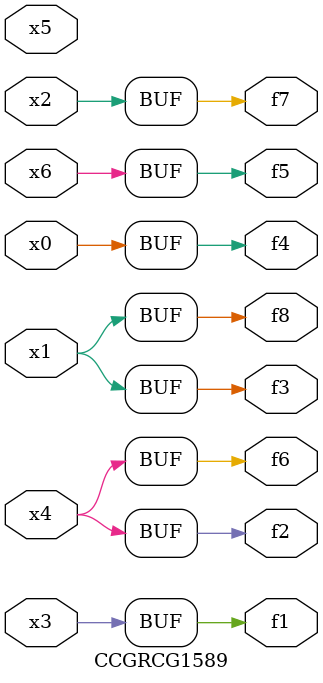
<source format=v>
module CCGRCG1589(
	input x0, x1, x2, x3, x4, x5, x6,
	output f1, f2, f3, f4, f5, f6, f7, f8
);
	assign f1 = x3;
	assign f2 = x4;
	assign f3 = x1;
	assign f4 = x0;
	assign f5 = x6;
	assign f6 = x4;
	assign f7 = x2;
	assign f8 = x1;
endmodule

</source>
